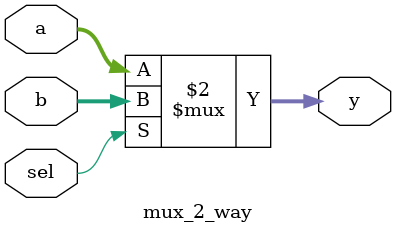
<source format=v>
`timescale 1ns / 1ps


module mux_2_way(
    input [7:0] a,b,
    input sel,
    output[7:0] y
    );

    assign y = (sel == 1)? b:a;
endmodule

</source>
